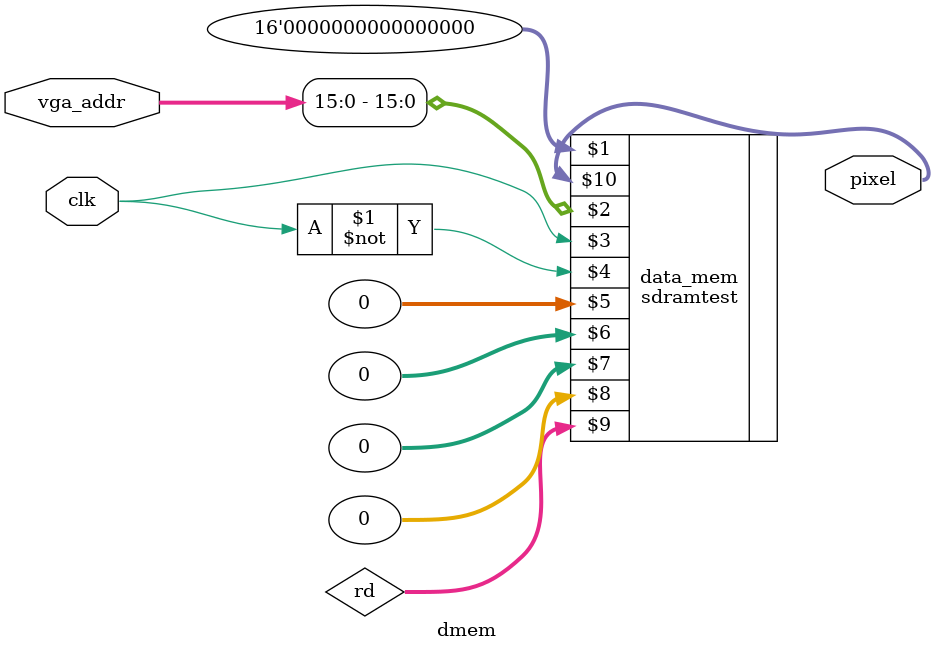
<source format=sv>
module dmem(
	input logic clk,
	input logic [31:0] vga_addr,
	output logic [31:0]  pixel);

	logic [31:0] rd;
	sdramtest data_mem (16'b0,vga_addr[15:0],clk,~clk,32'b0,32'b0,0,0,rd,pixel);

endmodule
</source>
